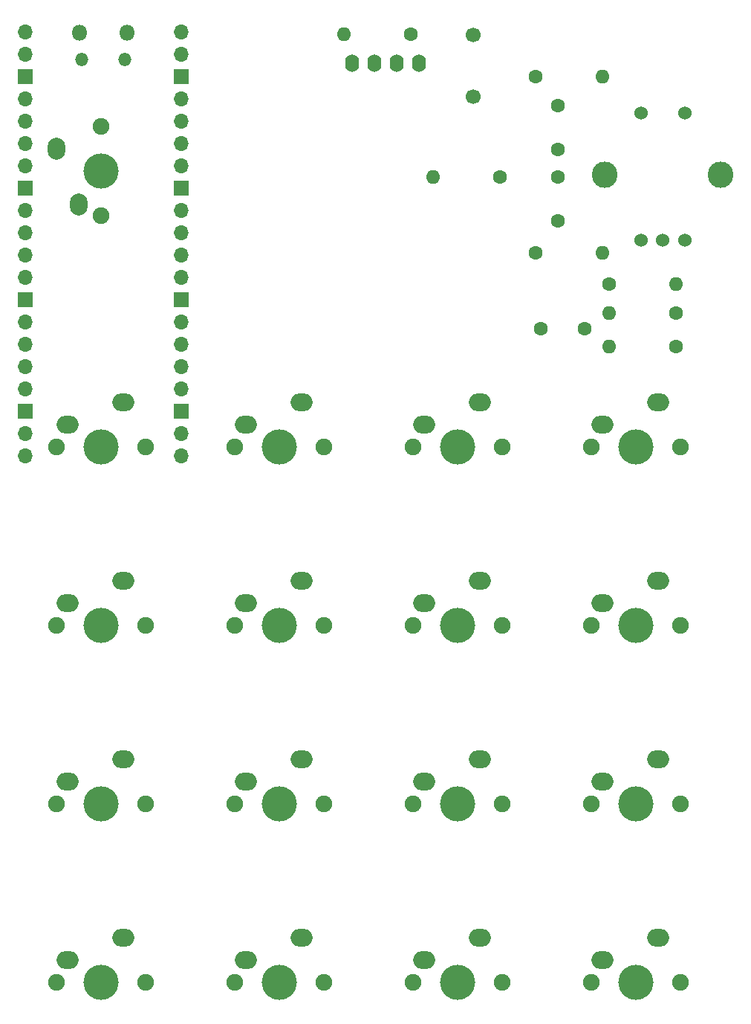
<source format=gts>
%TF.GenerationSoftware,KiCad,Pcbnew,7.0.7*%
%TF.CreationDate,2023-09-12T14:39:03-06:00*%
%TF.ProjectId,DJBB Drumpad V2 Pico,444a4242-2044-4727-956d-706164205632,V01*%
%TF.SameCoordinates,Original*%
%TF.FileFunction,Soldermask,Top*%
%TF.FilePolarity,Negative*%
%FSLAX46Y46*%
G04 Gerber Fmt 4.6, Leading zero omitted, Abs format (unit mm)*
G04 Created by KiCad (PCBNEW 7.0.7) date 2023-09-12 14:39:03*
%MOMM*%
%LPD*%
G01*
G04 APERTURE LIST*
%ADD10O,1.800000X1.800000*%
%ADD11O,1.500000X1.500000*%
%ADD12O,1.700000X1.700000*%
%ADD13R,1.700000X1.700000*%
%ADD14C,1.900000*%
%ADD15C,4.000000*%
%ADD16O,2.000000X2.500000*%
%ADD17O,2.500000X2.000000*%
%ADD18C,1.600000*%
%ADD19O,1.600000X1.600000*%
%ADD20C,1.524000*%
%ADD21O,2.900000X3.000000*%
%ADD22O,1.600000X2.000000*%
%ADD23C,1.700000*%
G04 APERTURE END LIST*
D10*
%TO.C,U1*%
X94419000Y-43056000D03*
D11*
X94119000Y-46086000D03*
X89269000Y-46086000D03*
D10*
X88969000Y-43056000D03*
D12*
X100584000Y-42926000D03*
X100584000Y-45466000D03*
D13*
X100584000Y-48006000D03*
D12*
X100584000Y-50546000D03*
X100584000Y-53086000D03*
X100584000Y-55626000D03*
X100584000Y-58166000D03*
D13*
X100584000Y-60706000D03*
D12*
X100584000Y-63246000D03*
X100584000Y-65786000D03*
X100584000Y-68326000D03*
X100584000Y-70866000D03*
D13*
X100584000Y-73406000D03*
D12*
X100584000Y-75946000D03*
X100584000Y-78486000D03*
X100584000Y-81026000D03*
X100584000Y-83566000D03*
D13*
X100584000Y-86106000D03*
D12*
X100584000Y-88646000D03*
X100584000Y-91186000D03*
X82804000Y-91186000D03*
X82804000Y-88646000D03*
D13*
X82804000Y-86106000D03*
D12*
X82804000Y-83566000D03*
X82804000Y-81026000D03*
X82804000Y-78486000D03*
X82804000Y-75946000D03*
D13*
X82804000Y-73406000D03*
D12*
X82804000Y-70866000D03*
X82804000Y-68326000D03*
X82804000Y-65786000D03*
X82804000Y-63246000D03*
D13*
X82804000Y-60706000D03*
D12*
X82804000Y-58166000D03*
X82804000Y-55626000D03*
X82804000Y-53086000D03*
X82804000Y-50546000D03*
D13*
X82804000Y-48006000D03*
D12*
X82804000Y-45466000D03*
X82804000Y-42926000D03*
%TD*%
D14*
%TO.C,SW1*%
X91440000Y-63870000D03*
D15*
X91440000Y-58790000D03*
D14*
X91440000Y-53710000D03*
D16*
X88900000Y-62600000D03*
X86360000Y-56250000D03*
%TD*%
D14*
%TO.C,SW17*%
X147320000Y-151130000D03*
D15*
X152400000Y-151130000D03*
D14*
X157480000Y-151130000D03*
D17*
X148590000Y-148590000D03*
X154940000Y-146050000D03*
%TD*%
D14*
%TO.C,SW3*%
X86360000Y-110490000D03*
D15*
X91440000Y-110490000D03*
D14*
X96520000Y-110490000D03*
D17*
X87630000Y-107950000D03*
X93980000Y-105410000D03*
%TD*%
D18*
%TO.C,R2*%
X156972000Y-74930000D03*
D19*
X149352000Y-74930000D03*
%TD*%
D14*
%TO.C,SW13*%
X127000000Y-151130000D03*
D15*
X132080000Y-151130000D03*
D14*
X137160000Y-151130000D03*
D17*
X128270000Y-148590000D03*
X134620000Y-146050000D03*
%TD*%
D20*
%TO.C,SW18*%
X152948000Y-66686000D03*
X157948000Y-66686000D03*
X155448000Y-66686000D03*
X152948000Y-52186000D03*
X157948000Y-52186000D03*
D21*
X148848000Y-59186000D03*
X162048000Y-59186000D03*
%TD*%
D18*
%TO.C,C1*%
X143510000Y-64476000D03*
X143510000Y-59476000D03*
%TD*%
%TO.C,C3*%
X143510000Y-51308000D03*
X143510000Y-56308000D03*
%TD*%
D14*
%TO.C,SW10*%
X127000000Y-90170000D03*
D15*
X132080000Y-90170000D03*
D14*
X137160000Y-90170000D03*
D17*
X128270000Y-87630000D03*
X134620000Y-85090000D03*
%TD*%
D18*
%TO.C,R1*%
X140970000Y-68072000D03*
D19*
X148590000Y-68072000D03*
%TD*%
D14*
%TO.C,SW2*%
X86360000Y-90170000D03*
D15*
X91440000Y-90170000D03*
D14*
X96520000Y-90170000D03*
D17*
X87630000Y-87630000D03*
X93980000Y-85090000D03*
%TD*%
D18*
%TO.C,R3*%
X149352000Y-71628000D03*
D19*
X156972000Y-71628000D03*
%TD*%
D18*
%TO.C,R4*%
X156972000Y-78740000D03*
D19*
X149352000Y-78740000D03*
%TD*%
D14*
%TO.C,SW11*%
X127000000Y-110490000D03*
D15*
X132080000Y-110490000D03*
D14*
X137160000Y-110490000D03*
D17*
X128270000Y-107950000D03*
X134620000Y-105410000D03*
%TD*%
D14*
%TO.C,SW7*%
X106680000Y-110490000D03*
D15*
X111760000Y-110490000D03*
D14*
X116840000Y-110490000D03*
D17*
X107950000Y-107950000D03*
X114300000Y-105410000D03*
%TD*%
D22*
%TO.C,Screen*%
X120078000Y-46550000D03*
X122618000Y-46550000D03*
X125158000Y-46550000D03*
X127698000Y-46550000D03*
%TD*%
D14*
%TO.C,SW5*%
X86360000Y-151130000D03*
D15*
X91440000Y-151130000D03*
D14*
X96520000Y-151130000D03*
D17*
X87630000Y-148590000D03*
X93980000Y-146050000D03*
%TD*%
D14*
%TO.C,SW9*%
X106680000Y-151130000D03*
D15*
X111760000Y-151130000D03*
D14*
X116840000Y-151130000D03*
D17*
X107950000Y-148590000D03*
X114300000Y-146050000D03*
%TD*%
D14*
%TO.C,SW12*%
X127000000Y-130810000D03*
D15*
X132080000Y-130810000D03*
D14*
X137160000Y-130810000D03*
D17*
X128270000Y-128270000D03*
X134620000Y-125730000D03*
%TD*%
D18*
%TO.C,R5*%
X140970000Y-48006000D03*
D19*
X148590000Y-48006000D03*
%TD*%
D14*
%TO.C,SW15*%
X147320000Y-110490000D03*
D15*
X152400000Y-110490000D03*
D14*
X157480000Y-110490000D03*
D17*
X148590000Y-107950000D03*
X154940000Y-105410000D03*
%TD*%
D14*
%TO.C,SW8*%
X106680000Y-130810000D03*
D15*
X111760000Y-130810000D03*
D14*
X116840000Y-130810000D03*
D17*
X107950000Y-128270000D03*
X114300000Y-125730000D03*
%TD*%
D14*
%TO.C,SW4*%
X86360000Y-130810000D03*
D15*
X91440000Y-130810000D03*
D14*
X96520000Y-130810000D03*
D17*
X87630000Y-128270000D03*
X93980000Y-125730000D03*
%TD*%
D14*
%TO.C,SW6*%
X106680000Y-90170000D03*
D15*
X111760000Y-90170000D03*
D14*
X116840000Y-90170000D03*
D17*
X107950000Y-87630000D03*
X114300000Y-85090000D03*
%TD*%
D14*
%TO.C,SW14*%
X147320000Y-90170000D03*
D15*
X152400000Y-90170000D03*
D14*
X157480000Y-90170000D03*
D17*
X148590000Y-87630000D03*
X154940000Y-85090000D03*
%TD*%
D18*
%TO.C,C2*%
X146558000Y-76708000D03*
X141558000Y-76708000D03*
%TD*%
D14*
%TO.C,SW16*%
X147320000Y-130810000D03*
D15*
X152400000Y-130810000D03*
D14*
X157480000Y-130810000D03*
D17*
X148590000Y-128270000D03*
X154940000Y-125730000D03*
%TD*%
D23*
%TO.C,J1*%
X133858000Y-43327500D03*
X133858000Y-50327500D03*
%TD*%
D18*
%TO.C,R6*%
X126746000Y-43180000D03*
D19*
X119126000Y-43180000D03*
%TD*%
D18*
%TO.C,R7*%
X136906000Y-59436000D03*
D19*
X129286000Y-59436000D03*
%TD*%
M02*

</source>
